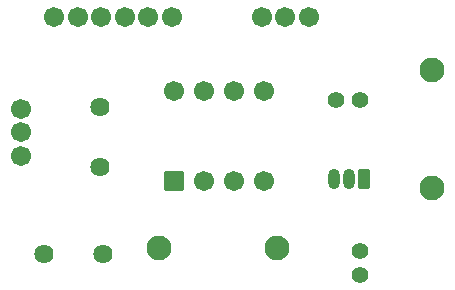
<source format=gts>
G04 Layer: TopSolderMaskLayer*
G04 EasyEDA v6.5.34, 2023-09-19 01:31:31*
G04 170e72c34f8a4f55a7d3165c71e960a0,2c7f107921f9494b8657ce3d0c88cbd9,10*
G04 Gerber Generator version 0.2*
G04 Scale: 100 percent, Rotated: No, Reflected: No *
G04 Dimensions in millimeters *
G04 leading zeros omitted , absolute positions ,4 integer and 5 decimal *
%FSLAX45Y45*%
%MOMM*%

%AMMACRO1*1,1,$1,$2,$3*1,1,$1,$4,$5*1,1,$1,0-$2,0-$3*1,1,$1,0-$4,0-$5*20,1,$1,$2,$3,$4,$5,0*20,1,$1,$4,$5,0-$2,0-$3,0*20,1,$1,0-$2,0-$3,0-$4,0-$5,0*20,1,$1,0-$4,0-$5,$2,$3,0*4,1,4,$2,$3,$4,$5,0-$2,0-$3,0-$4,0-$5,$2,$3,0*%
%ADD10C,1.7016*%
%ADD11C,2.1016*%
%ADD12O,1.0015981999999999X1.7015968*%
%ADD13MACRO1,0.1016X0.45X-0.8X-0.45X-0.8*%
%ADD14MACRO1,0.1016X-0.8001X0.8001X0.8001X0.8001*%
%ADD15C,1.7018*%
%ADD16C,1.4016*%
%ADD17C,1.6256*%

%LPD*%
D10*
G01*
X1181100Y13830300D03*
G01*
X1381099Y13830300D03*
G01*
X1581099Y13830300D03*
G01*
X1781098Y13830300D03*
G01*
X1981098Y13830300D03*
G01*
X2181097Y13830300D03*
D11*
G01*
X4381500Y12382500D03*
G01*
X4381500Y13382497D03*
G01*
X2070100Y11874500D03*
G01*
X3070097Y11874500D03*
D12*
G01*
X3556000Y12458700D03*
G01*
X3683000Y12458700D03*
D13*
G01*
X3809998Y12458700D03*
D10*
G01*
X901700Y13055600D03*
G01*
X901700Y12855600D03*
G01*
X901700Y12655600D03*
G01*
X3340100Y13830300D03*
G01*
X3140100Y13830300D03*
G01*
X2940100Y13830300D03*
D14*
G01*
X2197100Y12446000D03*
D15*
G01*
X2451100Y12446000D03*
G01*
X2705100Y12446000D03*
G01*
X2959100Y12446000D03*
G01*
X2959100Y13208000D03*
G01*
X2705100Y13208000D03*
G01*
X2451100Y13208000D03*
G01*
X2197100Y13208000D03*
D16*
G01*
X3570300Y13131800D03*
G01*
X3770299Y13131800D03*
G01*
X3771900Y11847499D03*
G01*
X3771900Y11647500D03*
D17*
G01*
X1096213Y11823700D03*
G01*
X1596212Y11823700D03*
G01*
X1574800Y13064286D03*
G01*
X1574800Y12564287D03*
M02*

</source>
